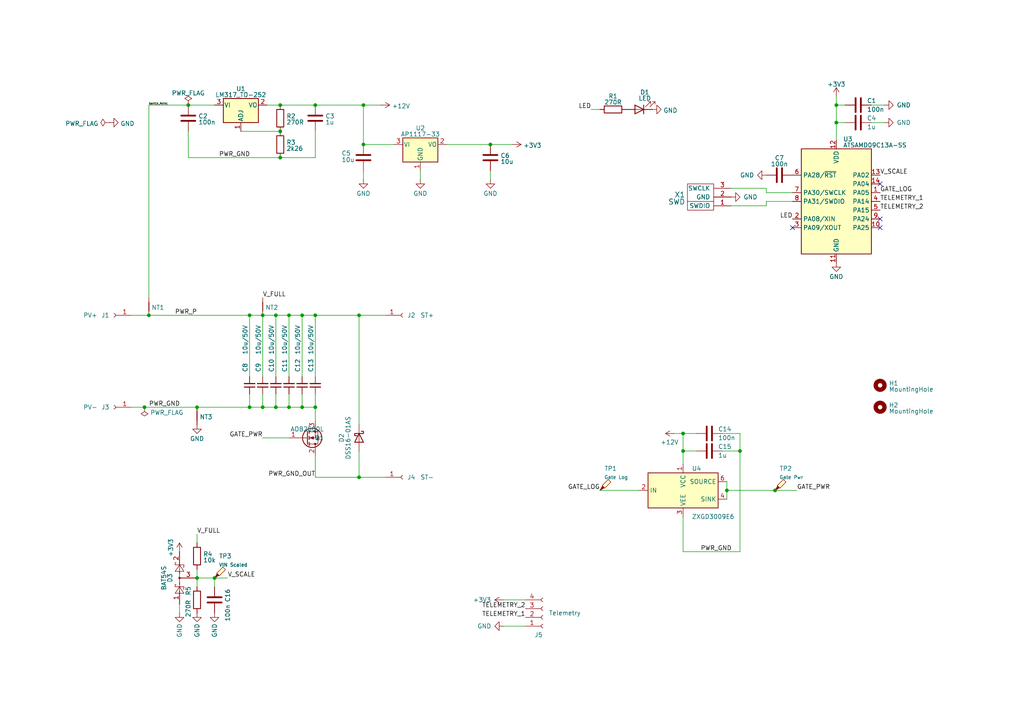
<source format=kicad_sch>
(kicad_sch (version 20220404) (generator eeschema)
  (paper "A4")
  (lib_symbols
    (symbol "Connector:Conn_01x01_Female" (pin_names (offset 1.016) hide)
      (property "Reference" "J" (at 0 2.54 0))
      (property "Value" "Conn_01x01_Female" (at 0 -2.54 0))
      (symbol "Conn_01x01_Female_1_1"
        (polyline (pts (xy -1.27 0) (xy -0.508 0)) (stroke (width 0.1524)))
        (arc (start 0 0.508) (mid -0.508 0) (end 0 -0.508) (stroke (width 0.1524)))
        (pin passive line (at -5.08 0 0) (length 3.81) (name "Pin_1") (number "1"))
      )
    )
    (symbol "Connector:Conn_01x04_Female" (pin_names (offset 1.016) hide)
      (property "Reference" "J" (at 0 5.08 0))
      (property "Value" "Conn_01x04_Female" (at 0 -7.62 0))
      (symbol "Conn_01x04_Female_1_1"
        (arc (start 0 -4.572) (mid -0.508 -5.08) (end 0 -5.588) (stroke (width 0.1524)))
        (arc (start 0 -2.032) (mid -0.508 -2.54) (end 0 -3.048) (stroke (width 0.1524)))
        (polyline (pts (xy -1.27 -5.08) (xy -0.508 -5.08)) (stroke (width 0.1524)))
        (polyline (pts (xy -1.27 -2.54) (xy -0.508 -2.54)) (stroke (width 0.1524)))
        (polyline (pts (xy -1.27 0) (xy -0.508 0)) (stroke (width 0.1524)))
        (polyline (pts (xy -1.27 2.54) (xy -0.508 2.54)) (stroke (width 0.1524)))
        (arc (start 0 0.508) (mid -0.508 0) (end 0 -0.508) (stroke (width 0.1524)))
        (arc (start 0 3.048) (mid -0.508 2.54) (end 0 2.032) (stroke (width 0.1524)))
        (pin passive line (at -5.08 2.54 0) (length 3.81) (name "Pin_1") (number "1"))
        (pin passive line (at -5.08 0 0) (length 3.81) (name "Pin_2") (number "2"))
        (pin passive line (at -5.08 -2.54 0) (length 3.81) (name "Pin_3") (number "3"))
        (pin passive line (at -5.08 -5.08 0) (length 3.81) (name "Pin_4") (number "4"))
      )
    )
    (symbol "Connector:TestPoint_Probe" (pin_numbers hide) (pin_names (offset 0.762) hide)
      (property "Reference" "TP" (at 1.651 5.842 0))
      (property "Value" "TestPoint_Probe" (at 1.651 4.064 0))
      (symbol "TestPoint_Probe_0_1"
        (polyline (pts (xy 1.27 0.762) (xy 0 0) (xy 0.762 1.27) (xy 1.27 0.762)) (fill (type outline)))
        (polyline (pts (xy 1.397 0.635) (xy 0.635 1.397) (xy 2.413 3.175) (xy 3.175 2.413) (xy 1.397 0.635)) (fill (type background)))
      )
      (symbol "TestPoint_Probe_1_1"
        (pin passive line (at 0 0 90) (length 0) (name "1") (number "1"))
      )
    )
    (symbol "Device:C" (pin_numbers hide) (pin_names (offset 0.254))
      (property "Reference" "C" (at 0.635 2.54 0))
      (property "Value" "C" (at 0.635 -2.54 0))
      (symbol "C_0_1"
        (polyline (pts (xy -2.032 -0.762) (xy 2.032 -0.762)) (stroke (width 0.508)))
        (polyline (pts (xy -2.032 0.762) (xy 2.032 0.762)) (stroke (width 0.508)))
      )
      (symbol "C_1_1"
        (pin passive line (at 0 3.81 270) (length 2.794) (name "~") (number "1"))
        (pin passive line (at 0 -3.81 90) (length 2.794) (name "~") (number "2"))
      )
    )
    (symbol "Device:C_Small" (pin_numbers hide) (pin_names (offset 0.254) hide)
      (property "Reference" "C" (at 0.254 1.778 0))
      (property "Value" "C_Small" (at 0.254 -2.032 0))
      (symbol "C_Small_0_1"
        (polyline (pts (xy -1.524 -0.508) (xy 1.524 -0.508)) (stroke (width 0.3302)))
        (polyline (pts (xy -1.524 0.508) (xy 1.524 0.508)) (stroke (width 0.3048)))
      )
      (symbol "C_Small_1_1"
        (pin passive line (at 0 2.54 270) (length 2.032) (name "~") (number "1"))
        (pin passive line (at 0 -2.54 90) (length 2.032) (name "~") (number "2"))
      )
    )
    (symbol "Device:D_Schottky" (pin_numbers hide) (pin_names (offset 1.016) hide)
      (property "Reference" "D" (at 0 2.54 0))
      (property "Value" "D_Schottky" (at 0 -2.54 0))
      (symbol "D_Schottky_0_1"
        (polyline (pts (xy 1.27 0) (xy -1.27 0)))
        (polyline (pts (xy 1.27 1.27) (xy 1.27 -1.27) (xy -1.27 0) (xy 1.27 1.27)) (stroke (width 0.254)))
        (polyline (pts (xy -1.905 0.635) (xy -1.905 1.27) (xy -1.27 1.27) (xy -1.27 -1.27) (xy -0.635 -1.27) (xy -0.635 -0.635)) (stroke (width 0.254)))
      )
      (symbol "D_Schottky_1_1"
        (pin passive line (at -3.81 0 0) (length 2.54) (name "K") (number "1"))
        (pin passive line (at 3.81 0 180) (length 2.54) (name "A") (number "2"))
      )
    )
    (symbol "Device:LED" (pin_numbers hide) (pin_names (offset 1.016) hide)
      (property "Reference" "D" (at 0 2.54 0))
      (property "Value" "LED" (at 0 -2.54 0))
      (symbol "LED_0_1"
        (polyline (pts (xy -1.27 -1.27) (xy -1.27 1.27)) (stroke (width 0.254)))
        (polyline (pts (xy -1.27 0) (xy 1.27 0)))
        (polyline (pts (xy 1.27 -1.27) (xy 1.27 1.27) (xy -1.27 0) (xy 1.27 -1.27)) (stroke (width 0.254)))
        (polyline (pts (xy -3.048 -0.762) (xy -4.572 -2.286) (xy -3.81 -2.286) (xy -4.572 -2.286) (xy -4.572 -1.524)))
        (polyline (pts (xy -1.778 -0.762) (xy -3.302 -2.286) (xy -2.54 -2.286) (xy -3.302 -2.286) (xy -3.302 -1.524)))
      )
      (symbol "LED_1_1"
        (pin passive line (at -3.81 0 0) (length 2.54) (name "K") (number "1"))
        (pin passive line (at 3.81 0 180) (length 2.54) (name "A") (number "2"))
      )
    )
    (symbol "Device:NetTie_2" (pin_numbers hide) (pin_names (offset 0) hide)
      (property "Reference" "NT" (at 0 1.27 0))
      (property "Value" "NetTie_2" (at 0 -1.27 0))
      (symbol "NetTie_2_0_1"
        (polyline (pts (xy -1.27 0) (xy 1.27 0)) (stroke (width 0.254)))
      )
      (symbol "NetTie_2_1_1"
        (pin passive line (at -2.54 0 0) (length 2.54) (name "1") (number "1"))
        (pin passive line (at 2.54 0 180) (length 2.54) (name "2") (number "2"))
      )
    )
    (symbol "Device:Q_NMOS_GDS" (pin_names (offset 0) hide)
      (property "Reference" "Q" (at 5.08 1.27 0))
      (property "Value" "Q_NMOS_GDS" (at 5.08 -1.27 0))
      (symbol "Q_NMOS_GDS_0_1"
        (polyline (pts (xy 0.254 0) (xy -2.54 0)))
        (polyline (pts (xy 0.254 1.905) (xy 0.254 -1.905)) (stroke (width 0.254)))
        (polyline (pts (xy 0.762 -1.27) (xy 0.762 -2.286)) (stroke (width 0.254)))
        (polyline (pts (xy 0.762 0.508) (xy 0.762 -0.508)) (stroke (width 0.254)))
        (polyline (pts (xy 0.762 2.286) (xy 0.762 1.27)) (stroke (width 0.254)))
        (polyline (pts (xy 2.54 2.54) (xy 2.54 1.778)))
        (polyline (pts (xy 2.54 -2.54) (xy 2.54 0) (xy 0.762 0)))
        (polyline (pts (xy 0.762 -1.778) (xy 3.302 -1.778) (xy 3.302 1.778) (xy 0.762 1.778)))
        (polyline (pts (xy 1.016 0) (xy 2.032 0.381) (xy 2.032 -0.381) (xy 1.016 0)) (fill (type outline)))
        (polyline (pts (xy 2.794 0.508) (xy 2.921 0.381) (xy 3.683 0.381) (xy 3.81 0.254)))
        (polyline (pts (xy 3.302 0.381) (xy 2.921 -0.254) (xy 3.683 -0.254) (xy 3.302 0.381)))
        (circle (center 1.651 0) (radius 2.794) (stroke (width 0.254)))
        (circle (center 2.54 -1.778) (radius 0.254) (fill (type outline)))
        (circle (center 2.54 1.778) (radius 0.254) (fill (type outline)))
      )
      (symbol "Q_NMOS_GDS_1_1"
        (pin input line (at -5.08 0 0) (length 2.54) (name "G") (number "1"))
        (pin passive line (at 2.54 5.08 270) (length 2.54) (name "D") (number "2"))
        (pin passive line (at 2.54 -5.08 90) (length 2.54) (name "S") (number "3"))
      )
    )
    (symbol "Device:R" (pin_numbers hide) (pin_names (offset 0))
      (property "Reference" "R" (at 2.032 0 90))
      (property "Value" "R" (at 0 0 90))
      (symbol "R_0_1"
        (rectangle (start -1.016 -2.54) (end 1.016 2.54) (stroke (width 0.254)))
      )
      (symbol "R_1_1"
        (pin passive line (at 0 3.81 270) (length 1.27) (name "~") (number "1"))
        (pin passive line (at 0 -3.81 90) (length 1.27) (name "~") (number "2"))
      )
    )
    (symbol "Diode:BAT54S" (pin_names (offset 1.016))
      (property "Reference" "D" (at 0.635 -3.81 0))
      (property "Value" "BAT54S" (at -6.35 3.175 0))
      (symbol "BAT54S_0_1"
        (polyline (pts (xy -3.81 0) (xy -1.27 0)))
        (polyline (pts (xy -3.175 -1.27) (xy -3.175 -1.016)))
        (polyline (pts (xy -2.54 -1.27) (xy -3.175 -1.27)))
        (polyline (pts (xy -2.54 -1.27) (xy -2.54 1.27)))
        (polyline (pts (xy -2.54 1.27) (xy -1.905 1.27)))
        (polyline (pts (xy -1.905 0) (xy 1.905 0)))
        (polyline (pts (xy -1.905 1.27) (xy -1.905 1.016)))
        (polyline (pts (xy 1.27 0) (xy 3.81 0)))
        (polyline (pts (xy 3.175 -1.27) (xy 3.175 -1.016)))
        (polyline (pts (xy 3.81 -1.27) (xy 3.175 -1.27)))
        (polyline (pts (xy 3.81 -1.27) (xy 3.81 1.27)))
        (polyline (pts (xy 3.81 1.27) (xy 4.445 1.27)))
        (polyline (pts (xy 4.445 1.27) (xy 4.445 1.016)))
        (polyline (pts (xy -4.445 1.27) (xy -4.445 -1.27) (xy -2.54 0) (xy -4.445 1.27)))
        (polyline (pts (xy 1.905 1.27) (xy 1.905 -1.27) (xy 3.81 0) (xy 1.905 1.27)))
        (circle (center 0 0) (radius 0.254) (fill (type outline)))
      )
      (symbol "BAT54S_1_1"
        (pin passive line (at -7.62 0 0) (length 3.81) (name "~") (number "1"))
        (pin passive line (at 7.62 0 180) (length 3.81) (name "~") (number "2"))
        (pin passive line (at 0 -5.08 90) (length 5.08) (name "~") (number "3"))
      )
    )
    (symbol "Drake:SWD" (pin_names (offset 1.016))
      (property "Reference" "X" (at 0 6.35 0))
      (property "Value" "SWD" (at 0 -6.35 0))
      (symbol "SWD_0_1"
        (polyline (pts (xy 3.81 1.27) (xy -3.81 1.27)))
        (rectangle (start 3.81 3.81) (end -3.81 -3.81))
      )
      (symbol "SWD_1_1"
        (pin bidirectional line (at 8.89 2.54 180) (length 5.08) (name "SWDIO") (number "1"))
        (pin power_in line (at 8.89 0 180) (length 5.08) (name "GND") (number "2"))
        (pin bidirectional line (at 8.89 -2.54 180) (length 5.08) (name "SWCLK") (number "3"))
      )
    )
    (symbol "Driver_FET:ZXGD3009E6"
      (property "Reference" "U" (at -8.89 6.35 0))
      (property "Value" "ZXGD3009E6" (at 10.16 -7.62 0))
      (symbol "ZXGD3009E6_0_1"
        (rectangle (start -10.16 5.08) (end 10.16 -5.08) (stroke (width 0.254)) (fill (type background)))
      )
      (symbol "ZXGD3009E6_1_1"
        (pin power_in line (at 0 7.62 270) (length 2.54) (name "VCC") (number "1"))
        (pin input line (at -12.7 0 0) (length 2.54) (name "IN") (number "2"))
        (pin power_in line (at 0 -7.62 90) (length 2.54) (name "VEE") (number "3"))
        (pin open_collector line (at 12.7 -2.54 180) (length 2.54) (name "SINK") (number "4"))
        (pin no_connect line (at 10.16 0 180) (length 2.54) hide (name "NC") (number "5"))
        (pin open_emitter line (at 12.7 2.54 180) (length 2.54) (name "SOURCE") (number "6"))
      )
    )
    (symbol "MCU_Microchip_SAMD:ATSAMD09C13A-SS"
      (property "Reference" "U" (at -10.16 16.51 0))
      (property "Value" "ATSAMD09C13A-SS" (at 1.27 16.51 0))
      (symbol "ATSAMD09C13A-SS_0_1"
        (rectangle (start -10.16 15.24) (end 10.16 -15.24) (stroke (width 0.254)) (fill (type background)))
      )
      (symbol "ATSAMD09C13A-SS_1_1"
        (pin bidirectional line (at 12.7 2.54 180) (length 2.54) (name "PA05") (number "1"))
        (pin bidirectional line (at 12.7 -7.62 180) (length 2.54) (name "PA25") (number "10"))
        (pin power_in line (at 0 -17.78 90) (length 2.54) (name "GND") (number "11"))
        (pin power_in line (at 0 17.78 270) (length 2.54) (name "VDD") (number "12"))
        (pin bidirectional line (at 12.7 7.62 180) (length 2.54) (name "PA02") (number "13"))
        (pin bidirectional line (at 12.7 5.08 180) (length 2.54) (name "PA04") (number "14"))
        (pin bidirectional line (at -12.7 -5.08 0) (length 2.54) (name "PA08/XIN") (number "2"))
        (pin bidirectional line (at -12.7 -7.62 0) (length 2.54) (name "PA09/XOUT") (number "3"))
        (pin bidirectional line (at 12.7 0 180) (length 2.54) (name "PA14") (number "4"))
        (pin bidirectional line (at 12.7 -2.54 180) (length 2.54) (name "PA15") (number "5"))
        (pin bidirectional line (at -12.7 7.62 0) (length 2.54) (name "PA28/~{RST}") (number "6"))
        (pin bidirectional line (at -12.7 2.54 0) (length 2.54) (name "PA30/SWCLK") (number "7"))
        (pin bidirectional line (at -12.7 0 0) (length 2.54) (name "PA31/SWDIO") (number "8"))
        (pin bidirectional line (at 12.7 -5.08 180) (length 2.54) (name "PA24") (number "9"))
      )
    )
    (symbol "Mechanical:MountingHole" (pin_names (offset 1.016))
      (property "Reference" "H" (at 0 5.08 0))
      (property "Value" "MountingHole" (at 0 3.175 0))
      (symbol "MountingHole_0_1"
        (circle (center 0 0) (radius 1.27) (stroke (width 1.27)))
      )
    )
    (symbol "Regulator_Linear:AP1117-33" (pin_names (offset 0.254))
      (property "Reference" "U" (at -3.81 3.175 0))
      (property "Value" "AP1117-33" (at 0 3.175 0))
      (symbol "AP1117-33_0_1"
        (rectangle (start -5.08 -5.08) (end 5.08 1.905) (stroke (width 0.254)) (fill (type background)))
      )
      (symbol "AP1117-33_1_1"
        (pin power_in line (at 0 -7.62 90) (length 2.54) (name "GND") (number "1"))
        (pin power_out line (at 7.62 0 180) (length 2.54) (name "VO") (number "2"))
        (pin power_in line (at -7.62 0 0) (length 2.54) (name "VI") (number "3"))
      )
    )
    (symbol "Regulator_Linear:LM317_TO-252" (pin_names (offset 0.254))
      (property "Reference" "U" (at -3.81 3.175 0))
      (property "Value" "LM317_TO-252" (at 0 3.175 0))
      (symbol "LM317_TO-252_0_1"
        (rectangle (start -5.08 1.905) (end 5.08 -5.08) (stroke (width 0.254)) (fill (type background)))
      )
      (symbol "LM317_TO-252_1_1"
        (pin input line (at 0 -7.62 90) (length 2.54) (name "ADJ") (number "1"))
        (pin power_out line (at 7.62 0 180) (length 2.54) (name "VO") (number "2"))
        (pin power_in line (at -7.62 0 0) (length 2.54) (name "VI") (number "3"))
      )
    )
    (symbol "power:+12V" (power) (pin_names (offset 0))
      (property "Value" "+12V" (at 0 3.556 0))
      (symbol "+12V_0_1"
        (polyline (pts (xy -0.762 1.27) (xy 0 2.54)))
        (polyline (pts (xy 0 0) (xy 0 2.54)))
        (polyline (pts (xy 0 2.54) (xy 0.762 1.27)))
      )
      (symbol "+12V_1_1"
        (pin power_in line (at 0 0 90) (length 0) hide (name "+12V") (number "1"))
      )
    )
    (symbol "power:+3V3" (power) (pin_names (offset 0))
      (property "Value" "+3V3" (at 0 3.556 0))
      (symbol "+3V3_0_1"
        (polyline (pts (xy -0.762 1.27) (xy 0 2.54)))
        (polyline (pts (xy 0 0) (xy 0 2.54)))
        (polyline (pts (xy 0 2.54) (xy 0.762 1.27)))
      )
      (symbol "+3V3_1_1"
        (pin power_in line (at 0 0 90) (length 0) hide (name "+3V3") (number "1"))
      )
    )
    (symbol "power:GND" (power) (pin_names (offset 0))
      (property "Value" "GND" (at 0 -3.81 0))
      (symbol "GND_0_1"
        (polyline (pts (xy 0 0) (xy 0 -1.27) (xy 1.27 -1.27) (xy 0 -2.54) (xy -1.27 -1.27) (xy 0 -1.27)))
      )
      (symbol "GND_1_1"
        (pin power_in line (at 0 0 270) (length 0) hide (name "GND") (number "1"))
      )
    )
    (symbol "power:PWR_FLAG" (power) (pin_numbers hide) (pin_names (offset 0) hide)
      (property "Value" "PWR_FLAG" (at 0 3.81 0))
      (symbol "PWR_FLAG_0_0"
        (pin power_out line (at 0 0 90) (length 0) (name "pwr") (number "1"))
      )
      (symbol "PWR_FLAG_0_1"
        (polyline (pts (xy 0 0) (xy 0 1.27) (xy -1.016 1.905) (xy 0 2.54) (xy 1.016 1.905) (xy 0 1.27)))
      )
    )
  )
  (junction (at 242.57 30.48))
  (junction (at 76.2 118.11))
  (junction (at 72.39 118.11))
  (junction (at 210.82 142.24))
  (junction (at 57.15 118.11))
  (junction (at 80.01 118.11))
  (junction (at 91.44 91.44))
  (junction (at 242.57 35.56))
  (junction (at 62.23 167.64))
  (junction (at 72.39 91.44))
  (junction (at 87.63 91.44))
  (junction (at 41.91 118.11))
  (junction (at 104.14 91.44))
  (junction (at 224.79 142.24))
  (junction (at 83.82 118.11))
  (junction (at 198.12 130.81))
  (junction (at 57.15 167.64))
  (junction (at 198.12 125.73))
  (junction (at 80.01 91.44))
  (junction (at 83.82 91.44))
  (junction (at 81.28 45.72))
  (junction (at 105.41 30.48))
  (junction (at 81.28 38.1))
  (junction (at 43.18 91.44))
  (junction (at 87.63 118.11))
  (junction (at 54.61 30.48))
  (junction (at 214.63 130.81))
  (junction (at 91.44 118.11))
  (junction (at 81.28 30.48))
  (junction (at 76.2 91.44))
  (junction (at 142.24 41.91))
  (junction (at 104.14 138.43))
  (junction (at 105.41 41.91))
  (junction (at 91.44 30.48))
  (no_connect (at 255.27 53.34))
  (no_connect (at 229.87 66.04))
  (no_connect (at 255.27 66.04))
  (no_connect (at 255.27 63.5))
  (wire (pts (xy 212.09 59.69) (xy 222.25 59.69)))
  (wire (pts (xy 105.41 52.07) (xy 105.41 49.53)))
  (wire (pts (xy 105.41 41.91) (xy 114.3 41.91)))
  (wire (pts (xy 57.15 170.18) (xy 57.15 167.64)))
  (wire (pts (xy 87.63 91.44) (xy 87.63 109.22)))
  (wire (pts (xy 69.85 38.1) (xy 81.28 38.1)))
  (wire (pts (xy 80.01 118.11) (xy 83.82 118.11)))
  (wire (pts (xy 80.01 114.3) (xy 80.01 118.11)))
  (wire (pts (xy 146.05 173.99) (xy 152.4 173.99)))
  (wire (pts (xy 62.23 167.64) (xy 57.15 167.64)))
  (wire (pts (xy 105.41 30.48) (xy 105.41 41.91)))
  (wire (pts (xy 72.39 91.44) (xy 72.39 109.22)))
  (wire (pts (xy 54.61 38.1) (xy 54.61 45.72)))
  (wire (pts (xy 80.01 91.44) (xy 80.01 109.22)))
  (wire (pts (xy 81.28 45.72) (xy 91.44 45.72)))
  (wire (pts (xy 38.1 118.11) (xy 41.91 118.11)))
  (wire (pts (xy 142.24 41.91) (xy 148.59 41.91)))
  (wire (pts (xy 231.14 142.24) (xy 224.79 142.24)))
  (wire (pts (xy 80.01 91.44) (xy 83.82 91.44)))
  (wire (pts (xy 198.12 125.73) (xy 198.12 130.81)))
  (wire (pts (xy 43.18 86.36) (xy 43.18 30.48)))
  (wire (pts (xy 210.82 142.24) (xy 210.82 144.78)))
  (wire (pts (xy 91.44 91.44) (xy 91.44 109.22)))
  (wire (pts (xy 195.58 125.73) (xy 198.12 125.73)))
  (wire (pts (xy 81.28 30.48) (xy 91.44 30.48)))
  (wire (pts (xy 66.04 167.64) (xy 62.23 167.64)))
  (wire (pts (xy 76.2 91.44) (xy 80.01 91.44)))
  (wire (pts (xy 256.54 35.56) (xy 252.73 35.56)))
  (wire (pts (xy 104.14 91.44) (xy 111.76 91.44)))
  (wire (pts (xy 129.54 41.91) (xy 142.24 41.91)))
  (wire (pts (xy 173.99 142.24) (xy 185.42 142.24)))
  (wire (pts (xy 171.45 31.75) (xy 173.99 31.75)))
  (wire (pts (xy 222.25 55.88) (xy 229.87 55.88)))
  (wire (pts (xy 76.2 91.44) (xy 76.2 109.22)))
  (wire (pts (xy 210.82 139.7) (xy 210.82 142.24)))
  (wire (pts (xy 198.12 125.73) (xy 201.93 125.73)))
  (wire (pts (xy 256.54 30.48) (xy 252.73 30.48)))
  (wire (pts (xy 77.47 30.48) (xy 81.28 30.48)))
  (wire (pts (xy 83.82 91.44) (xy 83.82 109.22)))
  (wire (pts (xy 54.61 45.72) (xy 81.28 45.72)))
  (wire (pts (xy 214.63 130.81) (xy 214.63 160.02)))
  (wire (pts (xy 222.25 54.61) (xy 222.25 55.88)))
  (wire (pts (xy 222.25 58.42) (xy 229.87 58.42)))
  (wire (pts (xy 214.63 130.81) (xy 209.55 130.81)))
  (wire (pts (xy 76.2 118.11) (xy 80.01 118.11)))
  (wire (pts (xy 91.44 91.44) (xy 104.14 91.44)))
  (wire (pts (xy 242.57 35.56) (xy 245.11 35.56)))
  (wire (pts (xy 72.39 91.44) (xy 76.2 91.44)))
  (wire (pts (xy 104.14 138.43) (xy 111.76 138.43)))
  (wire (pts (xy 104.14 138.43) (xy 104.14 130.81)))
  (wire (pts (xy 41.91 118.11) (xy 57.15 118.11)))
  (wire (pts (xy 198.12 160.02) (xy 214.63 160.02)))
  (wire (pts (xy 57.15 118.11) (xy 72.39 118.11)))
  (wire (pts (xy 83.82 91.44) (xy 87.63 91.44)))
  (wire (pts (xy 104.14 91.44) (xy 104.14 123.19)))
  (wire (pts (xy 72.39 118.11) (xy 76.2 118.11)))
  (wire (pts (xy 212.09 54.61) (xy 222.25 54.61)))
  (wire (pts (xy 52.07 175.26) (xy 52.07 177.8)))
  (wire (pts (xy 76.2 127) (xy 83.82 127)))
  (wire (pts (xy 87.63 91.44) (xy 91.44 91.44)))
  (wire (pts (xy 224.79 142.24) (xy 210.82 142.24)))
  (wire (pts (xy 91.44 138.43) (xy 104.14 138.43)))
  (wire (pts (xy 242.57 30.48) (xy 242.57 35.56)))
  (wire (pts (xy 83.82 114.3) (xy 83.82 118.11)))
  (wire (pts (xy 105.41 30.48) (xy 110.49 30.48)))
  (wire (pts (xy 87.63 118.11) (xy 91.44 118.11)))
  (wire (pts (xy 242.57 35.56) (xy 242.57 40.64)))
  (wire (pts (xy 87.63 114.3) (xy 87.63 118.11)))
  (wire (pts (xy 76.2 114.3) (xy 76.2 118.11)))
  (wire (pts (xy 91.44 30.48) (xy 105.41 30.48)))
  (wire (pts (xy 222.25 59.69) (xy 222.25 58.42)))
  (wire (pts (xy 198.12 130.81) (xy 201.93 130.81)))
  (wire (pts (xy 91.44 118.11) (xy 91.44 121.92)))
  (wire (pts (xy 43.18 91.44) (xy 72.39 91.44)))
  (wire (pts (xy 214.63 125.73) (xy 209.55 125.73)))
  (wire (pts (xy 214.63 125.73) (xy 214.63 130.81)))
  (wire (pts (xy 146.05 181.61) (xy 152.4 181.61)))
  (wire (pts (xy 242.57 30.48) (xy 245.11 30.48)))
  (wire (pts (xy 72.39 114.3) (xy 72.39 118.11)))
  (wire (pts (xy 54.61 30.48) (xy 62.23 30.48)))
  (wire (pts (xy 198.12 149.86) (xy 198.12 160.02)))
  (wire (pts (xy 57.15 165.1) (xy 57.15 167.64)))
  (wire (pts (xy 91.44 45.72) (xy 91.44 38.1)))
  (wire (pts (xy 142.24 52.07) (xy 142.24 49.53)))
  (wire (pts (xy 57.15 154.94) (xy 57.15 157.48)))
  (wire (pts (xy 121.92 49.53) (xy 121.92 52.07)))
  (wire (pts (xy 242.57 30.48) (xy 242.57 27.94)))
  (wire (pts (xy 91.44 114.3) (xy 91.44 118.11)))
  (wire (pts (xy 38.1 91.44) (xy 43.18 91.44)))
  (wire (pts (xy 198.12 130.81) (xy 198.12 134.62)))
  (wire (pts (xy 83.82 118.11) (xy 87.63 118.11)))
  (wire (pts (xy 43.18 30.48) (xy 54.61 30.48)))
  (wire (pts (xy 91.44 132.08) (xy 91.44 138.43)))
  (wire (pts (xy 62.23 167.64) (xy 62.23 170.18)))
  (label "PWR_GND_OUT" (at 91.44 138.43 0))
  (label "TELEMETRY_1" (at 152.4 179.07 0))
  (label "PWR_P" (at 57.15 91.44 0))
  (label "V_SCALE" (at 66.04 167.64 0))
  (label "GATE_PWR" (at 231.14 142.24 0))
  (label "V_SCALE" (at 255.27 50.8 0))
  (label "PWR_GND" (at 63.5 45.72 0))
  (label "LED" (at 229.87 63.5 0))
  (label "PWR_GND" (at 43.18 118.11 0))
  (label "GATE_LOG" (at 173.99 142.24 0))
  (label "V_FULL" (at 57.15 154.94 0))
  (label "TELEMETRY_1" (at 255.27 58.42 0))
  (label "TELEMETRY_2" (at 152.4 176.53 0))
  (label "GATE_PWR" (at 76.2 127 0))
  (label "LED" (at 171.45 31.75 0))
  (label "TELEMETRY_2" (at 255.27 60.96 0))
  (label "GATE_LOG" (at 255.27 55.88 0))
  (label "V_FULL" (at 76.2 86.36 0))
  (label "SWITCH_PATH1" (at 43.18 30.48 0) (effects (font (size 0.5 0.5))))
  (label "PWR_GND" (at 203.2 160.02 0))
  (symbol (lib_id "Connector:TestPoint_Probe") (at 224.79 142.24 0) (unit 1)
    (default_instance (reference "TP") (unit 1) (value "TestPoint_Probe") (footprint ""))
    (property "Reference" "TP2" (at 226.06 135.89 0) (effects (justify left)))
    (property "Value" "Gate Pwr" (at 226.06 138.43 0) (effects (font (size 1 1)) (justify left)))
    (property "Footprint" "TestPoint:TestPoint_Pad_D2.0mm" (effects hide))
  )
  (symbol (lib_id "Driver_FET:ZXGD3009E6") (at 198.12 142.24 0) (unit 1)
    (default_instance (reference "U") (unit 1) (value "ZXGD3009E6") (footprint "Package_TO_SOT_SMD:SOT-23-6"))
    (property "Reference" "U4" (at 200.66 135.89 0) (effects (justify left)))
    (property "Value" "ZXGD3009E6" (at 200.66 149.86 0) (effects (justify left)))
    (property "Footprint" "Package_TO_SOT_SMD:SOT-23-6" (effects hide))
    (property "Datasheet" "https://www.diodes.com/assets/Datasheets/ZXGD3009E6.pdf" (effects hide))
  )
  (symbol (lib_id "Device:C") (at 205.74 130.81 90) (unit 1)
    (default_instance (reference "C") (unit 1) (value "C") (footprint ""))
    (property "Reference" "C15" (at 208.28 129.54 90) (effects (justify right)))
    (property "Value" "1u" (at 208.28 132.08 90) (effects (justify right)))
    (property "Footprint" "Capacitor_SMD:C_0805_2012Metric_Pad1.18x1.45mm_HandSolder" (effects hide))
  )
  (symbol (lib_id "power:+3V3") (at 148.59 41.91 270) (unit 1)
    (default_instance (reference "#PWR") (unit 1) (value "+3V3") (footprint ""))
    (property "Reference" "#PWR07" (effects hide))
    (property "Value" "+3V3" (at 151.765 42.1966 90) (effects (justify left)))
  )
  (symbol (lib_id "Device:C") (at 54.61 34.29 0) (unit 1)
    (default_instance (reference "C") (unit 1) (value "C") (footprint ""))
    (property "Reference" "C2" (at 57.531 33.6955 0) (effects (justify left)))
    (property "Value" "100n" (at 57.531 35.4577 0) (effects (justify left)))
    (property "Footprint" "Capacitor_SMD:C_0805_2012Metric_Pad1.18x1.45mm_HandSolder" (effects hide))
  )
  (symbol (lib_id "Device:C") (at 248.92 35.56 90) (unit 1)
    (default_instance (reference "C") (unit 1) (value "C") (footprint ""))
    (property "Reference" "C4" (at 251.46 34.29 90) (effects (justify right)))
    (property "Value" "1u" (at 251.46 36.83 90) (effects (justify right)))
    (property "Footprint" "Capacitor_SMD:C_0805_2012Metric_Pad1.18x1.45mm_HandSolder" (effects hide))
  )
  (symbol (lib_id "power:+3V3") (at 242.57 27.94 0) (unit 1)
    (default_instance (reference "#PWR") (unit 1) (value "+3V3") (footprint ""))
    (property "Reference" "#PWR01" (effects hide))
    (property "Value" "+3V3" (at 242.57 24.4571 0))
  )
  (symbol (lib_id "Device:C_Small") (at 72.39 111.76 180) (unit 1)
    (default_instance (reference "C") (unit 1) (value "C") (footprint ""))
    (property "Reference" "C8" (at 71.12 107.95 90) (effects (justify right)))
    (property "Value" "10u{slash}50V" (at 71.12 102.87 90) (effects (justify right)))
    (property "Footprint" "Capacitor_SMD:C_1206_3216Metric_Pad1.33x1.80mm_HandSolder" (effects hide))
    (property "TME" "https://www.tme.eu/cz/details/cl31a106kbhnnne/kondenzatory-mlcc-smd-1206/samsung/" (effects hide))
  )
  (symbol (lib_id "power:GND") (at 62.23 177.8 0) (unit 1)
    (default_instance (reference "#PWR") (unit 1) (value "GND") (footprint ""))
    (property "Reference" "#PWR020" (effects hide))
    (property "Value" "GND" (at 62.23 182.88 90))
  )
  (symbol (lib_id "Device:Q_NMOS_GDS") (at 88.9 127 0) (mirror x) (unit 1)
    (default_instance (reference "Q") (unit 1) (value "Q_NMOS_GDS") (footprint ""))
    (property "Reference" "Q1" (at 93.98 127 0) (effects (justify right)))
    (property "Value" "AOB2500L" (at 93.98 124.46 0) (effects (justify right)))
    (property "Footprint" "Package_TO_SOT_SMD:TO-263-2" (effects hide))
    (property "Datasheet" "https://www.tme.eu/Document/790af893643f4286af7a6335f1ee65cf/AOB2500L.pdf" (effects hide))
  )
  (symbol (lib_id "Connector:Conn_01x04_Female") (at 157.48 179.07 0) (mirror x) (unit 1)
    (default_instance (reference "J") (unit 1) (value "Conn_01x04_Female") (footprint ""))
    (property "Reference" "J5" (at 156.21 184.15 0))
    (property "Value" "Telemetry" (at 163.83 177.8 0))
    (property "Footprint" "Connector_PinHeader_2.54mm:PinHeader_1x04_P2.54mm_Vertical" (effects hide))
  )
  (symbol (lib_id "Regulator_Linear:AP1117-33") (at 121.92 41.91 0) (unit 1)
    (default_instance (reference "U") (unit 1) (value "AP1117-33") (footprint "Package_TO_SOT_SMD:SOT-223-3_TabPin2"))
    (property "Reference" "U2" (at 121.92 37.1729 0))
    (property "Value" "AP1117-33" (at 121.92 38.9351 0))
    (property "Footprint" "Package_TO_SOT_SMD:SOT-223-3_TabPin2" (effects hide))
    (property "Datasheet" "http://www.diodes.com/datasheets/AP1117.pdf" (effects hide))
  )
  (symbol (lib_id "Connector:TestPoint_Probe") (at 173.99 142.24 0) (unit 1)
    (default_instance (reference "TP") (unit 1) (value "TestPoint_Probe") (footprint ""))
    (property "Reference" "TP1" (at 175.26 135.89 0) (effects (justify left)))
    (property "Value" "Gate Log" (at 175.26 138.43 0) (effects (font (size 1 1)) (justify left)))
    (property "Footprint" "TestPoint:TestPoint_Pad_D2.0mm" (effects hide))
  )
  (symbol (lib_id "power:GND") (at 57.15 123.19 0) (unit 1)
    (default_instance (reference "#PWR") (unit 1) (value "GND") (footprint ""))
    (property "Reference" "#PWR014" (effects hide))
    (property "Value" "GND" (at 57.15 127.2461 0))
  )
  (symbol (lib_id "power:PWR_FLAG") (at 31.75 35.56 90) (unit 1)
    (default_instance (reference "#FLG") (unit 1) (value "PWR_FLAG") (footprint ""))
    (property "Reference" "#FLG02" (effects hide))
    (property "Value" "PWR_FLAG" (at 28.5751 35.8466 90) (effects (justify left)))
  )
  (symbol (lib_id "Device:C_Small") (at 80.01 111.76 180) (unit 1)
    (default_instance (reference "C") (unit 1) (value "C") (footprint ""))
    (property "Reference" "C10" (at 78.74 107.95 90) (effects (justify right)))
    (property "Value" "10u{slash}50V" (at 78.74 102.87 90) (effects (justify right)))
    (property "Footprint" "Capacitor_SMD:C_1206_3216Metric_Pad1.33x1.80mm_HandSolder" (effects hide))
    (property "TME" "https://www.tme.eu/cz/details/cl31a106kbhnnne/kondenzatory-mlcc-smd-1206/samsung/" (effects hide))
  )
  (symbol (lib_id "Device:C") (at 226.06 50.8 90) (unit 1)
    (default_instance (reference "C") (unit 1) (value "C") (footprint ""))
    (property "Reference" "C7" (at 226.06 45.8089 90))
    (property "Value" "100n" (at 226.06 47.5711 90))
    (property "Footprint" "Capacitor_SMD:C_0805_2012Metric_Pad1.18x1.45mm_HandSolder" (effects hide))
  )
  (symbol (lib_id "power:+3V3") (at 146.05 173.99 90) (unit 1)
    (default_instance (reference "#PWR") (unit 1) (value "+3V3") (footprint ""))
    (property "Reference" "#PWR017" (effects hide))
    (property "Value" "+3V3" (at 137.16 173.99 90) (effects (justify right)))
  )
  (symbol (lib_id "power:GND") (at 242.57 76.2 0) (unit 1)
    (default_instance (reference "#PWR") (unit 1) (value "GND") (footprint ""))
    (property "Reference" "#PWR013" (effects hide))
    (property "Value" "GND" (at 242.57 80.2561 0))
  )
  (symbol (lib_id "Device:NetTie_2") (at 57.15 120.65 90) (unit 1)
    (default_instance (reference "NT") (unit 1) (value "NetTie_2") (footprint ""))
    (property "Reference" "NT3" (at 57.912 120.9366 90) (effects (justify right)))
    (property "Value" "NetTie_2" (effects hide))
    (property "Footprint" "optimizer:NetTie 0.4 mm" (effects hide))
  )
  (symbol (lib_id "MCU_Microchip_SAMD:ATSAMD09C13A-SS") (at 242.57 58.42 0) (unit 1)
    (default_instance (reference "U") (unit 1) (value "ATSAMD09C13A-SS") (footprint "Package_SO:SOIC-14_3.9x8.7mm_P1.27mm"))
    (property "Reference" "U3" (at 244.5259 40.3479 0) (effects (justify left)))
    (property "Value" "ATSAMD09C13A-SS" (at 244.5259 42.1101 0) (effects (justify left)))
    (property "Footprint" "Package_SO:SOIC-14_3.9x8.7mm_P1.27mm" (effects hide))
    (property "Datasheet" "http://ww1.microchip.com/downloads/en/DeviceDoc/Atmel-42414-SAM-D09_Datasheet.pdf" (effects hide))
  )
  (symbol (lib_id "Device:C") (at 62.23 173.99 0) (unit 1)
    (default_instance (reference "C") (unit 1) (value "C") (footprint ""))
    (property "Reference" "C16" (at 66.04 172.72 90))
    (property "Value" "100n" (at 66.04 177.8 90))
    (property "Footprint" "Capacitor_SMD:C_0805_2012Metric_Pad1.18x1.45mm_HandSolder" (effects hide))
  )
  (symbol (lib_id "power:GND") (at 212.09 57.15 90) (unit 1)
    (default_instance (reference "#PWR") (unit 1) (value "GND") (footprint ""))
    (property "Reference" "#PWR012" (effects hide))
    (property "Value" "GND" (at 219.71 57.15 90) (effects (justify left)))
  )
  (symbol (lib_id "Mechanical:MountingHole") (at 255.27 111.76 0) (unit 1)
    (default_instance (reference "H") (unit 1) (value "MountingHole") (footprint ""))
    (property "Reference" "H1" (at 257.81 111.1655 0) (effects (justify left)))
    (property "Value" "MountingHole" (at 257.81 112.9277 0) (effects (justify left)))
    (property "Footprint" "MountingHole:MountingHole_4.3mm_M4_ISO7380" (effects hide))
  )
  (symbol (lib_id "power:GND") (at 121.92 52.07 0) (unit 1)
    (default_instance (reference "#PWR") (unit 1) (value "GND") (footprint ""))
    (property "Reference" "#PWR010" (effects hide))
    (property "Value" "GND" (at 121.92 56.1261 0))
  )
  (symbol (lib_id "Device:C_Small") (at 87.63 111.76 180) (unit 1)
    (default_instance (reference "C") (unit 1) (value "C") (footprint ""))
    (property "Reference" "C12" (at 86.36 107.95 90) (effects (justify right)))
    (property "Value" "10u{slash}50V" (at 86.36 102.87 90) (effects (justify right)))
    (property "Footprint" "Capacitor_SMD:C_1206_3216Metric_Pad1.33x1.80mm_HandSolder" (effects hide))
    (property "TME" "https://www.tme.eu/cz/details/cl31a106kbhnnne/kondenzatory-mlcc-smd-1206/samsung/" (effects hide))
  )
  (symbol (lib_id "power:GND") (at 105.41 52.07 0) (unit 1)
    (default_instance (reference "#PWR") (unit 1) (value "GND") (footprint ""))
    (property "Reference" "#PWR09" (effects hide))
    (property "Value" "GND" (at 105.41 56.1261 0))
  )
  (symbol (lib_id "Device:C_Small") (at 76.2 111.76 180) (unit 1)
    (default_instance (reference "C") (unit 1) (value "C") (footprint ""))
    (property "Reference" "C9" (at 74.93 107.95 90) (effects (justify right)))
    (property "Value" "10u{slash}50V" (at 74.93 102.87 90) (effects (justify right)))
    (property "Footprint" "Capacitor_SMD:C_1206_3216Metric_Pad1.33x1.80mm_HandSolder" (effects hide))
    (property "TME" "https://www.tme.eu/cz/details/cl31a106kbhnnne/kondenzatory-mlcc-smd-1206/samsung/" (effects hide))
  )
  (symbol (lib_id "power:PWR_FLAG") (at 41.91 118.11 180) (unit 1)
    (default_instance (reference "#FLG") (unit 1) (value "PWR_FLAG") (footprint ""))
    (property "Reference" "#FLG03" (effects hide))
    (property "Value" "PWR_FLAG" (at 43.561 119.6666 0) (effects (justify right)))
  )
  (symbol (lib_id "Device:LED") (at 185.42 31.75 180) (unit 1)
    (default_instance (reference "D") (unit 1) (value "LED") (footprint ""))
    (property "Reference" "D1" (at 187.0075 26.7589 0))
    (property "Value" "LED" (at 187.0075 28.5211 0))
    (property "Footprint" "LED_SMD:LED_0805_2012Metric_Pad1.15x1.40mm_HandSolder" (effects hide))
  )
  (symbol (lib_id "power:GND") (at 142.24 52.07 0) (unit 1)
    (default_instance (reference "#PWR") (unit 1) (value "GND") (footprint ""))
    (property "Reference" "#PWR011" (effects hide))
    (property "Value" "GND" (at 142.24 56.1261 0))
  )
  (symbol (lib_id "Device:NetTie_2") (at 43.18 88.9 90) (unit 1)
    (default_instance (reference "NT") (unit 1) (value "NetTie_2") (footprint ""))
    (property "Reference" "NT1" (at 43.942 89.1866 90) (effects (justify right)))
    (property "Value" "NetTie_2" (effects hide))
    (property "Footprint" "optimizer:NetTie 1 mm" (effects hide))
  )
  (symbol (lib_id "Device:R") (at 81.28 41.91 0) (unit 1)
    (default_instance (reference "R") (unit 1) (value "R") (footprint ""))
    (property "Reference" "R3" (at 83.058 41.3155 0) (effects (justify left)))
    (property "Value" "2k26" (at 83.058 43.0777 0) (effects (justify left)))
    (property "Footprint" "Resistor_SMD:R_0805_2012Metric_Pad1.20x1.40mm_HandSolder" (effects hide))
  )
  (symbol (lib_id "Regulator_Linear:LM317_TO-252") (at 69.85 30.48 0) (unit 1)
    (default_instance (reference "U") (unit 1) (value "LM317_TO-252") (footprint "Package_TO_SOT_SMD:TO-252-2"))
    (property "Reference" "U1" (at 69.85 25.7429 0))
    (property "Value" "LM317_TO-252" (at 69.85 27.5051 0))
    (property "Footprint" "Package_TO_SOT_SMD:TO-252-2" (effects hide))
    (property "Datasheet" "http://www.ti.com/lit/ds/snvs774n/snvs774n.pdf" (effects hide))
  )
  (symbol (lib_id "Device:C_Small") (at 83.82 111.76 180) (unit 1)
    (default_instance (reference "C") (unit 1) (value "C") (footprint ""))
    (property "Reference" "C11" (at 82.55 107.95 90) (effects (justify right)))
    (property "Value" "10u{slash}50V" (at 82.55 102.87 90) (effects (justify right)))
    (property "Footprint" "Capacitor_SMD:C_1206_3216Metric_Pad1.33x1.80mm_HandSolder" (effects hide))
    (property "TME" "https://www.tme.eu/cz/details/cl31a106kbhnnne/kondenzatory-mlcc-smd-1206/samsung/" (effects hide))
  )
  (symbol (lib_id "power:GND") (at 57.15 177.8 0) (unit 1)
    (default_instance (reference "#PWR") (unit 1) (value "GND") (footprint ""))
    (property "Reference" "#PWR019" (effects hide))
    (property "Value" "GND" (at 57.15 182.88 90))
  )
  (symbol (lib_id "power:GND") (at 189.23 31.75 90) (unit 1)
    (default_instance (reference "#PWR") (unit 1) (value "GND") (footprint ""))
    (property "Reference" "#PWR04" (effects hide))
    (property "Value" "GND" (at 192.405 32.0366 90) (effects (justify right)))
  )
  (symbol (lib_id "Connector:Conn_01x01_Female") (at 116.84 91.44 0) (unit 1)
    (default_instance (reference "J") (unit 1) (value "Conn_01x01_Female") (footprint ""))
    (property "Reference" "J2" (at 118.11 91.44 0) (effects (justify left)))
    (property "Value" "ST+" (at 121.92 91.44 0) (effects (justify left)))
    (property "Footprint" "optimizer:Wire 4mm2" (effects hide))
  )
  (symbol (lib_id "power:+3V3") (at 52.07 160.02 0) (unit 1)
    (default_instance (reference "#PWR") (unit 1) (value "+3V3") (footprint ""))
    (property "Reference" "#PWR016" (effects hide))
    (property "Value" "+3V3" (at 49.53 156.21 90) (effects (justify right)))
  )
  (symbol (lib_id "power:GND") (at 222.25 50.8 270) (unit 1)
    (default_instance (reference "#PWR") (unit 1) (value "GND") (footprint ""))
    (property "Reference" "#PWR08" (effects hide))
    (property "Value" "GND" (at 214.63 50.8 90) (effects (justify left)))
  )
  (symbol (lib_id "Mechanical:MountingHole") (at 255.27 118.11 0) (unit 1)
    (default_instance (reference "H") (unit 1) (value "MountingHole") (footprint ""))
    (property "Reference" "H2" (at 257.81 117.5155 0) (effects (justify left)))
    (property "Value" "MountingHole" (at 257.81 119.2777 0) (effects (justify left)))
    (property "Footprint" "MountingHole:MountingHole_4.3mm_M4_ISO7380" (effects hide))
  )
  (symbol (lib_id "power:GND") (at 256.54 30.48 90) (unit 1)
    (default_instance (reference "#PWR") (unit 1) (value "GND") (footprint ""))
    (property "Reference" "#PWR03" (effects hide))
    (property "Value" "GND" (at 264.16 30.48 90) (effects (justify left)))
  )
  (symbol (lib_id "Device:R") (at 57.15 173.99 0) (unit 1)
    (default_instance (reference "R") (unit 1) (value "R") (footprint ""))
    (property "Reference" "R5" (at 54.61 172.72 90) (effects (justify left)))
    (property "Value" "270R" (at 54.61 179.07 90) (effects (justify left)))
    (property "Footprint" "Resistor_SMD:R_0805_2012Metric_Pad1.20x1.40mm_HandSolder" (effects hide))
  )
  (symbol (lib_id "power:GND") (at 146.05 181.61 270) (unit 1)
    (default_instance (reference "#PWR") (unit 1) (value "GND") (footprint ""))
    (property "Reference" "#PWR021" (effects hide))
    (property "Value" "GND" (at 138.43 181.61 90) (effects (justify left)))
  )
  (symbol (lib_id "Device:C") (at 205.74 125.73 90) (unit 1)
    (default_instance (reference "C") (unit 1) (value "C") (footprint ""))
    (property "Reference" "C14" (at 208.28 124.46 90) (effects (justify right)))
    (property "Value" "100n" (at 208.28 127 90) (effects (justify right)))
    (property "Footprint" "Capacitor_SMD:C_0805_2012Metric_Pad1.18x1.45mm_HandSolder" (effects hide))
  )
  (symbol (lib_id "Device:D_Schottky") (at 104.14 127 270) (unit 1)
    (default_instance (reference "D") (unit 1) (value "D_Schottky") (footprint ""))
    (property "Reference" "D2" (at 99.06 127 0))
    (property "Value" "DSS16-01AS" (at 100.965 127 0))
    (property "Footprint" "Package_TO_SOT_SMD:TO-263-2_TabPin1" (effects hide))
    (property "Datasheet" "https://www.tme.eu/Document/0fc5e87c6484a384ef0453fb4d6d05f6/DSS16-01A_AR.pdf" (effects hide))
  )
  (symbol (lib_id "Connector:Conn_01x01_Female") (at 116.84 138.43 0) (unit 1)
    (default_instance (reference "J") (unit 1) (value "Conn_01x01_Female") (footprint ""))
    (property "Reference" "J4" (at 118.11 138.43 0) (effects (justify left)))
    (property "Value" "ST-" (at 121.92 138.43 0) (effects (justify left)))
    (property "Footprint" "optimizer:Wire 4mm2" (effects hide))
  )
  (symbol (lib_id "Device:R") (at 57.15 161.29 0) (unit 1)
    (default_instance (reference "R") (unit 1) (value "R") (footprint ""))
    (property "Reference" "R4" (at 58.928 160.6955 0) (effects (justify left)))
    (property "Value" "10k" (at 58.928 162.4577 0) (effects (justify left)))
    (property "Footprint" "Resistor_SMD:R_0805_2012Metric_Pad1.20x1.40mm_HandSolder" (effects hide))
  )
  (symbol (lib_id "Device:C_Small") (at 91.44 111.76 180) (unit 1)
    (default_instance (reference "C") (unit 1) (value "C") (footprint ""))
    (property "Reference" "C13" (at 90.17 107.95 90) (effects (justify right)))
    (property "Value" "10u{slash}50V" (at 90.17 102.87 90) (effects (justify right)))
    (property "Footprint" "Capacitor_SMD:C_1206_3216Metric_Pad1.33x1.80mm_HandSolder" (effects hide))
    (property "TME" "https://www.tme.eu/cz/details/cl31a106kbhnnne/kondenzatory-mlcc-smd-1206/samsung/" (effects hide))
  )
  (symbol (lib_id "power:PWR_FLAG") (at 54.61 30.48 0) (unit 1)
    (default_instance (reference "#FLG") (unit 1) (value "PWR_FLAG") (footprint ""))
    (property "Reference" "#FLG01" (effects hide))
    (property "Value" "PWR_FLAG" (at 54.61 26.9971 0))
  )
  (symbol (lib_id "Drake:SWD") (at 203.2 57.15 0) (mirror x) (unit 1)
    (default_instance (reference "X") (unit 1) (value "SWD") (footprint "drake:SWD"))
    (property "Reference" "X1" (at 198.7551 56.462 0) (effects (font (size 1.524 1.524)) (justify right)))
    (property "Value" "SWD" (at 198.7551 58.5258 0) (effects (font (size 1.524 1.524)) (justify right)))
    (property "Footprint" "Drake:SWD" (effects hide))
  )
  (symbol (lib_id "Connector:Conn_01x01_Female") (at 33.02 91.44 180) (unit 1)
    (default_instance (reference "J") (unit 1) (value "Conn_01x01_Female") (footprint ""))
    (property "Reference" "J1" (at 31.75 91.44 0) (effects (justify left)))
    (property "Value" "PV+" (at 24.13 91.44 0) (effects (justify right)))
    (property "Footprint" "optimizer:Wire 4mm2" (effects hide))
  )
  (symbol (lib_id "Device:NetTie_2") (at 76.2 88.9 90) (unit 1)
    (default_instance (reference "NT") (unit 1) (value "NetTie_2") (footprint ""))
    (property "Reference" "NT2" (at 76.962 89.1866 90) (effects (justify right)))
    (property "Value" "NetTie_2" (effects hide))
    (property "Footprint" "optimizer:NetTie 0.4 mm" (effects hide))
  )
  (symbol (lib_id "power:+12V") (at 195.58 125.73 90) (unit 1)
    (default_instance (reference "#PWR") (unit 1) (value "+12V") (footprint ""))
    (property "Reference" "#PWR015" (effects hide))
    (property "Value" "+12V" (at 196.85 128.27 90) (effects (justify left)))
  )
  (symbol (lib_id "power:GND") (at 256.54 35.56 90) (unit 1)
    (default_instance (reference "#PWR") (unit 1) (value "GND") (footprint ""))
    (property "Reference" "#PWR06" (effects hide))
    (property "Value" "GND" (at 264.16 35.56 90) (effects (justify left)))
  )
  (symbol (lib_id "Device:C") (at 142.24 45.72 0) (unit 1)
    (default_instance (reference "C") (unit 1) (value "C") (footprint ""))
    (property "Reference" "C6" (at 145.161 45.1255 0) (effects (justify left)))
    (property "Value" "10u" (at 145.161 46.8877 0) (effects (justify left)))
    (property "Footprint" "Capacitor_SMD:C_0805_2012Metric_Pad1.18x1.45mm_HandSolder" (effects hide))
  )
  (symbol (lib_id "power:+12V") (at 110.49 30.48 270) (unit 1)
    (default_instance (reference "#PWR") (unit 1) (value "+12V") (footprint ""))
    (property "Reference" "#PWR02" (effects hide))
    (property "Value" "+12V" (at 113.665 30.7666 90) (effects (justify left)))
  )
  (symbol (lib_id "Device:C") (at 91.44 34.29 0) (unit 1)
    (default_instance (reference "C") (unit 1) (value "C") (footprint ""))
    (property "Reference" "C3" (at 94.361 33.6955 0) (effects (justify left)))
    (property "Value" "1u" (at 94.361 35.4577 0) (effects (justify left)))
    (property "Footprint" "Capacitor_SMD:C_0805_2012Metric_Pad1.18x1.45mm_HandSolder" (effects hide))
  )
  (symbol (lib_id "Device:R") (at 81.28 34.29 0) (unit 1)
    (default_instance (reference "R") (unit 1) (value "R") (footprint ""))
    (property "Reference" "R2" (at 83.058 33.6955 0) (effects (justify left)))
    (property "Value" "270R" (at 83.058 35.4577 0) (effects (justify left)))
    (property "Footprint" "Resistor_SMD:R_0805_2012Metric_Pad1.20x1.40mm_HandSolder" (effects hide))
  )
  (symbol (lib_id "Device:R") (at 177.8 31.75 90) (unit 1)
    (default_instance (reference "R") (unit 1) (value "R") (footprint ""))
    (property "Reference" "R1" (at 177.8 27.9019 90))
    (property "Value" "270R" (at 177.8 29.6641 90))
    (property "Footprint" "Resistor_SMD:R_0805_2012Metric_Pad1.20x1.40mm_HandSolder" (effects hide))
  )
  (symbol (lib_id "Connector:TestPoint_Probe") (at 62.23 167.64 0) (unit 1)
    (default_instance (reference "TP") (unit 1) (value "TestPoint_Probe") (footprint ""))
    (property "Reference" "TP3" (at 63.5 161.29 0) (effects (justify left)))
    (property "Value" "VIN Scaled" (at 63.5 163.83 0) (effects (font (size 1 1)) (justify left)))
    (property "Footprint" "TestPoint:TestPoint_Pad_D2.0mm" (effects hide))
  )
  (symbol (lib_id "Device:C") (at 248.92 30.48 90) (unit 1)
    (default_instance (reference "C") (unit 1) (value "C") (footprint ""))
    (property "Reference" "C1" (at 251.46 29.21 90) (effects (justify right)))
    (property "Value" "100n" (at 251.46 31.75 90) (effects (justify right)))
    (property "Footprint" "Capacitor_SMD:C_0805_2012Metric_Pad1.18x1.45mm_HandSolder" (effects hide))
  )
  (symbol (lib_id "Device:C") (at 105.41 45.72 0) (unit 1)
    (default_instance (reference "C") (unit 1) (value "C") (footprint ""))
    (property "Reference" "C5" (at 99.06 44.45 0) (effects (justify left)))
    (property "Value" "10u" (at 99.06 46.355 0) (effects (justify left)))
    (property "Footprint" "Capacitor_SMD:C_0805_2012Metric_Pad1.18x1.45mm_HandSolder" (effects hide))
  )
  (symbol (lib_id "power:GND") (at 52.07 177.8 0) (unit 1)
    (default_instance (reference "#PWR") (unit 1) (value "GND") (footprint ""))
    (property "Reference" "#PWR018" (effects hide))
    (property "Value" "GND" (at 52.07 182.88 90))
  )
  (symbol (lib_id "power:GND") (at 31.75 35.56 90) (unit 1)
    (default_instance (reference "#PWR") (unit 1) (value "GND") (footprint ""))
    (property "Reference" "#PWR05" (effects hide))
    (property "Value" "GND" (at 34.925 35.8466 90) (effects (justify right)))
  )
  (symbol (lib_id "Diode:BAT54S") (at 52.07 167.64 90) (unit 1)
    (default_instance (reference "D") (unit 1) (value "BAT54S") (footprint "Package_TO_SOT_SMD:SOT-23"))
    (property "Reference" "D3" (at 49.2839 167.64 0))
    (property "Value" "BAT54S" (at 47.5217 167.64 0))
    (property "Footprint" "Package_TO_SOT_SMD:SOT-23" (effects hide))
    (property "Datasheet" "https://www.diodes.com/assets/Datasheets/ds11005.pdf" (effects hide))
  )
  (symbol (lib_id "Connector:Conn_01x01_Female") (at 33.02 118.11 180) (unit 1)
    (default_instance (reference "J") (unit 1) (value "Conn_01x01_Female") (footprint ""))
    (property "Reference" "J3" (at 31.75 118.11 0) (effects (justify left)))
    (property "Value" "PV-" (at 24.13 118.11 0) (effects (justify right)))
    (property "Footprint" "optimizer:Wire 4mm2" (effects hide))
  )
)
</source>
